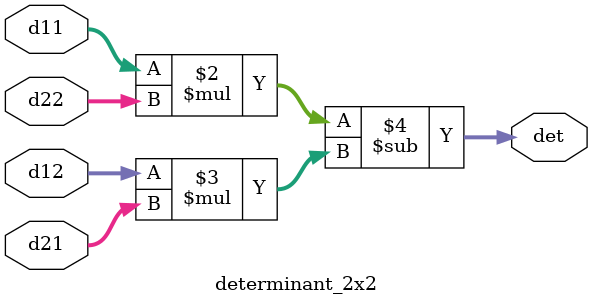
<source format=v>
module determinant_2x2(
    input [1:0] d11, d12, d21, d22,  // 2-bit elements of the 2x2 matrix
    output reg [3:0] det             // 4-bit output for the determinant
);

    always @(*) begin
        // Determinant formula for 2x2 matrix: det = (d11 * d22) - (d12 * d21)
        // Since (d11 * d22) and (d12 * d21) can be at most 3 (2 * 2) each,
        // their difference can be at most 6, so a 4-bit output is sufficient.
        det = (d11 * d22) - (d12 * d21);
    end

endmodule

</source>
